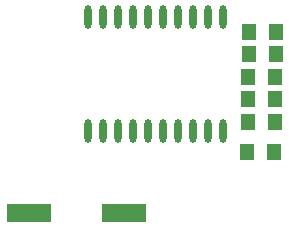
<source format=gbp>
G04 Layer_Color=128*
%FSLAX44Y44*%
%MOMM*%
G71*
G01*
G75*
%ADD18R,1.2700X1.3970*%
%ADD19R,3.7500X1.5000*%
%ADD20O,0.6000X2.0000*%
D18*
X-141430Y226000D02*
D03*
X-118570D02*
D03*
X-140000Y309000D02*
D03*
X-117140D02*
D03*
X-140430Y290000D02*
D03*
X-117570D02*
D03*
X-140430Y271000D02*
D03*
X-117570D02*
D03*
X-140430Y252000D02*
D03*
X-117570D02*
D03*
X-140000Y328000D02*
D03*
X-117140D02*
D03*
D19*
X-326000Y175000D02*
D03*
X-246000D02*
D03*
D20*
X-225100Y341000D02*
D03*
X-212400D02*
D03*
X-199700D02*
D03*
X-187000D02*
D03*
X-174300D02*
D03*
X-161600Y244480D02*
D03*
X-174300D02*
D03*
X-187000D02*
D03*
X-199700D02*
D03*
X-212400D02*
D03*
X-275900Y341000D02*
D03*
Y244480D02*
D03*
X-250500D02*
D03*
X-225100D02*
D03*
X-237800D02*
D03*
X-263200Y341000D02*
D03*
X-250500D02*
D03*
X-237800D02*
D03*
X-263200Y244480D02*
D03*
X-161600Y341000D02*
D03*
M02*

</source>
